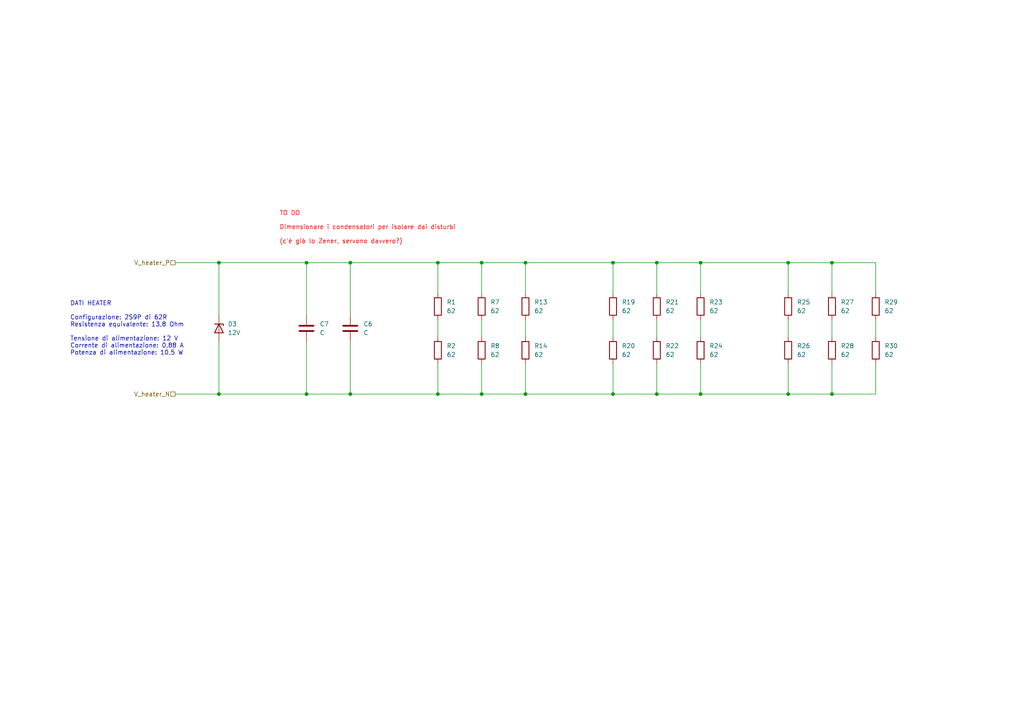
<source format=kicad_sch>
(kicad_sch (version 20250114) (generator "eeschema") (generator_version "9.0")
  (paper "A4")
  (lib_symbols
    (symbol "Device:C" (pin_numbers (hide yes)) (pin_names (offset 0.254))
      (property "Reference" "C" (at 0.635 2.54 0))
      (property "Value" "C" (at 0.635 -2.54 0))
      (symbol "C_0_1"
        (polyline (pts (xy -2.032 0.762) (xy 2.032 0.762)) (stroke (width 0.508)))
        (polyline (pts (xy -2.032 -0.762) (xy 2.032 -0.762)) (stroke (width 0.508)))
      )
      (symbol "C_1_1"
        (pin passive line (at 0 3.81 270) (length 2.794) (name "~") (number "1"))
        (pin passive line (at 0 -3.81 90) (length 2.794) (name "~") (number "2"))
      )
    )
    (symbol "Device:D_Zener" (pin_numbers (hide yes)) (pin_names (offset 1.016) (hide yes))
      (property "Reference" "D" (at 0 2.54 0))
      (property "Value" "D_Zener" (at 0 -2.54 0))
      (symbol "D_Zener_0_1"
        (polyline (pts (xy -1.27 -1.27) (xy -1.27 1.27) (xy -0.762 1.27)) (stroke (width 0.254)))
        (polyline (pts (xy 1.27 0) (xy -1.27 0)))
        (polyline (pts (xy 1.27 -1.27) (xy 1.27 1.27) (xy -1.27 0) (xy 1.27 -1.27)) (stroke (width 0.254)))
      )
      (symbol "D_Zener_1_1"
        (pin passive line (at -3.81 0 0) (length 2.54) (name "K") (number "1"))
        (pin passive line (at 3.81 0 180) (length 2.54) (name "A") (number "2"))
      )
    )
    (symbol "Device:R" (pin_numbers (hide yes)) (pin_names (offset 0))
      (property "Reference" "R" (at 2.032 0 90))
      (property "Value" "R" (at 0 0 90))
      (symbol "R_0_1"
        (rectangle (start -1.016 -2.54) (end 1.016 2.54) (stroke (width 0.254)))
      )
      (symbol "R_1_1"
        (pin passive line (at 0 3.81 270) (length 1.27) (name "~") (number "1"))
        (pin passive line (at 0 -3.81 90) (length 1.27) (name "~") (number "2"))
      )
    )
  )
  (text "DATI HEATER\n\nConfigurazione: 2S9P di 62R\nResistenza equivalente: 13,8 Ohm\n\nTensione di alimentazione: 12 V\nCorrente di alimentazione: 0,88 A\nPotenza di alimentazione: 10,5 W" (exclude_from_sim yes) (at 20.32 87.376 0) (effects (font (size 1.27 1.27)) (justify left top)))
  (text "TO DO\n\nDimensionare i condensatori per isolare dai disturbi\n\n(c'è già lo Zener, servono davvero?)" (exclude_from_sim yes) (at 81.026 61.214 0) (effects (font (size 1.27 1.27)) (justify left top)))
  (junction (at 228.6 114.3))
  (junction (at 190.5 76.2))
  (junction (at 190.5 114.3))
  (junction (at 101.6 114.3))
  (junction (at 152.4 114.3))
  (junction (at 127 114.3))
  (junction (at 101.6 76.2))
  (junction (at 177.8 76.2))
  (junction (at 139.7 76.2))
  (junction (at 203.2 76.2))
  (junction (at 177.8 114.3))
  (junction (at 88.9 76.2))
  (junction (at 203.2 114.3))
  (junction (at 88.9 114.3))
  (junction (at 63.5 76.2))
  (junction (at 241.3 114.3))
  (junction (at 241.3 76.2))
  (junction (at 152.4 76.2))
  (junction (at 139.7 114.3))
  (junction (at 127 76.2))
  (junction (at 228.6 76.2))
  (junction (at 63.5 114.3))
  (wire (pts (xy 177.8 114.3) (xy 190.5 114.3)))
  (wire (pts (xy 50.8 114.3) (xy 63.5 114.3)))
  (wire (pts (xy 177.8 92.71) (xy 177.8 97.79)))
  (wire (pts (xy 88.9 99.06) (xy 88.9 114.3)))
  (wire (pts (xy 101.6 99.06) (xy 101.6 114.3)))
  (wire (pts (xy 139.7 105.41) (xy 139.7 114.3)))
  (wire (pts (xy 190.5 114.3) (xy 203.2 114.3)))
  (wire (pts (xy 241.3 76.2) (xy 241.3 85.09)))
  (wire (pts (xy 228.6 114.3) (xy 241.3 114.3)))
  (wire (pts (xy 139.7 114.3) (xy 152.4 114.3)))
  (wire (pts (xy 228.6 105.41) (xy 228.6 114.3)))
  (wire (pts (xy 228.6 76.2) (xy 228.6 85.09)))
  (wire (pts (xy 88.9 114.3) (xy 101.6 114.3)))
  (wire (pts (xy 63.5 114.3) (xy 63.5 99.06)))
  (wire (pts (xy 101.6 76.2) (xy 101.6 91.44)))
  (wire (pts (xy 241.3 92.71) (xy 241.3 97.79)))
  (wire (pts (xy 254 76.2) (xy 254 85.09)))
  (wire (pts (xy 50.8 76.2) (xy 63.5 76.2)))
  (wire (pts (xy 127 105.41) (xy 127 114.3)))
  (wire (pts (xy 228.6 76.2) (xy 241.3 76.2)))
  (wire (pts (xy 63.5 114.3) (xy 88.9 114.3)))
  (wire (pts (xy 203.2 92.71) (xy 203.2 97.79)))
  (wire (pts (xy 152.4 105.41) (xy 152.4 114.3)))
  (wire (pts (xy 190.5 76.2) (xy 203.2 76.2)))
  (wire (pts (xy 254 92.71) (xy 254 97.79)))
  (wire (pts (xy 63.5 76.2) (xy 63.5 91.44)))
  (wire (pts (xy 203.2 76.2) (xy 228.6 76.2)))
  (wire (pts (xy 152.4 114.3) (xy 177.8 114.3)))
  (wire (pts (xy 139.7 92.71) (xy 139.7 97.79)))
  (wire (pts (xy 152.4 76.2) (xy 177.8 76.2)))
  (wire (pts (xy 127 114.3) (xy 139.7 114.3)))
  (wire (pts (xy 101.6 114.3) (xy 127 114.3)))
  (wire (pts (xy 203.2 105.41) (xy 203.2 114.3)))
  (wire (pts (xy 241.3 76.2) (xy 254 76.2)))
  (wire (pts (xy 127 76.2) (xy 127 85.09)))
  (wire (pts (xy 152.4 76.2) (xy 152.4 85.09)))
  (wire (pts (xy 88.9 76.2) (xy 88.9 91.44)))
  (wire (pts (xy 101.6 76.2) (xy 127 76.2)))
  (wire (pts (xy 177.8 76.2) (xy 190.5 76.2)))
  (wire (pts (xy 139.7 76.2) (xy 139.7 85.09)))
  (wire (pts (xy 241.3 105.41) (xy 241.3 114.3)))
  (wire (pts (xy 88.9 76.2) (xy 101.6 76.2)))
  (wire (pts (xy 127 92.71) (xy 127 97.79)))
  (wire (pts (xy 152.4 92.71) (xy 152.4 97.79)))
  (wire (pts (xy 177.8 76.2) (xy 177.8 85.09)))
  (wire (pts (xy 63.5 76.2) (xy 88.9 76.2)))
  (wire (pts (xy 127 76.2) (xy 139.7 76.2)))
  (wire (pts (xy 203.2 114.3) (xy 228.6 114.3)))
  (wire (pts (xy 190.5 76.2) (xy 190.5 85.09)))
  (wire (pts (xy 139.7 76.2) (xy 152.4 76.2)))
  (wire (pts (xy 190.5 105.41) (xy 190.5 114.3)))
  (wire (pts (xy 177.8 105.41) (xy 177.8 114.3)))
  (wire (pts (xy 190.5 92.71) (xy 190.5 97.79)))
  (wire (pts (xy 228.6 92.71) (xy 228.6 97.79)))
  (wire (pts (xy 254 105.41) (xy 254 114.3)))
  (wire (pts (xy 203.2 76.2) (xy 203.2 85.09)))
  (wire (pts (xy 241.3 114.3) (xy 254 114.3)))
  (hierarchical_label "V_heater_N" (shape passive) (at 50.8 114.3 180))
  (hierarchical_label "V_heater_P" (shape passive) (at 50.8 76.2 180))
  (symbol (lib_id "Device:R") (at 177.8 101.6 0) (unit 1)
    (property "Reference" "R20" (at 180.34 100.3299 0) (effects (justify left)))
    (property "Value" "62" (at 180.34 102.8699 0) (effects (justify left)))
    (property "Description" "Resistor" (effects (hide yes)))
  )
  (symbol (lib_id "Device:R") (at 152.4 101.6 0) (unit 1)
    (property "Reference" "R14" (at 154.94 100.3299 0) (effects (justify left)))
    (property "Value" "62" (at 154.94 102.8699 0) (effects (justify left)))
    (property "Description" "Resistor" (effects (hide yes)))
  )
  (symbol (lib_id "Device:C") (at 101.6 95.25 0) (unit 1)
    (property "Reference" "C6" (at 105.41 93.9799 0) (effects (justify left)))
    (property "Value" "C" (at 105.41 96.5199 0) (effects (justify left)))
    (property "Description" "Unpolarized capacitor" (effects (hide yes)))
  )
  (symbol (lib_id "Device:R") (at 190.5 88.9 0) (unit 1)
    (property "Reference" "R21" (at 193.04 87.6299 0) (effects (justify left)))
    (property "Value" "62" (at 193.04 90.1699 0) (effects (justify left)))
    (property "Description" "Resistor" (effects (hide yes)))
  )
  (symbol (lib_id "Device:R") (at 241.3 101.6 0) (unit 1)
    (property "Reference" "R28" (at 243.84 100.3299 0) (effects (justify left)))
    (property "Value" "62" (at 243.84 102.8699 0) (effects (justify left)))
    (property "Description" "Resistor" (effects (hide yes)))
  )
  (symbol (lib_id "Device:R") (at 254 88.9 0) (unit 1)
    (property "Reference" "R29" (at 256.54 87.6299 0) (effects (justify left)))
    (property "Value" "62" (at 256.54 90.1699 0) (effects (justify left)))
    (property "Description" "Resistor" (effects (hide yes)))
  )
  (symbol (lib_id "Device:R") (at 139.7 88.9 0) (unit 1)
    (property "Reference" "R7" (at 142.24 87.6299 0) (effects (justify left)))
    (property "Value" "62" (at 142.24 90.1699 0) (effects (justify left)))
    (property "Description" "Resistor" (effects (hide yes)))
  )
  (symbol (lib_id "Device:C") (at 88.9 95.25 0) (unit 1)
    (property "Reference" "C7" (at 92.71 93.9799 0) (effects (justify left)))
    (property "Value" "C" (at 92.71 96.5199 0) (effects (justify left)))
    (property "Description" "Unpolarized capacitor" (effects (hide yes)))
  )
  (symbol (lib_id "Device:R") (at 152.4 88.9 0) (unit 1)
    (property "Reference" "R13" (at 154.94 87.6299 0) (effects (justify left)))
    (property "Value" "62" (at 154.94 90.1699 0) (effects (justify left)))
    (property "Description" "Resistor" (effects (hide yes)))
  )
  (symbol (lib_id "Device:D_Zener") (at 63.5 95.25 270) (unit 1)
    (property "Reference" "D3" (at 66.04 93.9799 90) (effects (justify left)))
    (property "Value" "12V" (at 66.04 96.5199 90) (effects (justify left)))
    (property "Description" "Zener diode" (effects (hide yes)))
  )
  (symbol (lib_id "Device:R") (at 203.2 101.6 0) (unit 1)
    (property "Reference" "R24" (at 205.74 100.3299 0) (effects (justify left)))
    (property "Value" "62" (at 205.74 102.8699 0) (effects (justify left)))
    (property "Description" "Resistor" (effects (hide yes)))
  )
  (symbol (lib_id "Device:R") (at 127 101.6 0) (unit 1)
    (property "Reference" "R2" (at 129.54 100.3299 0) (effects (justify left)))
    (property "Value" "62" (at 129.54 102.8699 0) (effects (justify left)))
    (property "Description" "Resistor" (effects (hide yes)))
  )
  (symbol (lib_id "Device:R") (at 254 101.6 0) (unit 1)
    (property "Reference" "R30" (at 256.54 100.3299 0) (effects (justify left)))
    (property "Value" "62" (at 256.54 102.8699 0) (effects (justify left)))
    (property "Description" "Resistor" (effects (hide yes)))
  )
  (symbol (lib_id "Device:R") (at 241.3 88.9 0) (unit 1)
    (property "Reference" "R27" (at 243.84 87.6299 0) (effects (justify left)))
    (property "Value" "62" (at 243.84 90.1699 0) (effects (justify left)))
    (property "Description" "Resistor" (effects (hide yes)))
  )
  (symbol (lib_id "Device:R") (at 177.8 88.9 0) (unit 1)
    (property "Reference" "R19" (at 180.34 87.6299 0) (effects (justify left)))
    (property "Value" "62" (at 180.34 90.1699 0) (effects (justify left)))
    (property "Description" "Resistor" (effects (hide yes)))
  )
  (symbol (lib_id "Device:R") (at 190.5 101.6 0) (unit 1)
    (property "Reference" "R22" (at 193.04 100.3299 0) (effects (justify left)))
    (property "Value" "62" (at 193.04 102.8699 0) (effects (justify left)))
    (property "Description" "Resistor" (effects (hide yes)))
  )
  (symbol (lib_id "Device:R") (at 127 88.9 0) (unit 1)
    (property "Reference" "R1" (at 129.54 87.6299 0) (effects (justify left)))
    (property "Value" "62" (at 129.54 90.1699 0) (effects (justify left)))
    (property "Description" "Resistor" (effects (hide yes)))
  )
  (symbol (lib_id "Device:R") (at 228.6 88.9 0) (unit 1)
    (property "Reference" "R25" (at 231.14 87.6299 0) (effects (justify left)))
    (property "Value" "62" (at 231.14 90.1699 0) (effects (justify left)))
    (property "Description" "Resistor" (effects (hide yes)))
  )
  (symbol (lib_id "Device:R") (at 203.2 88.9 0) (unit 1)
    (property "Reference" "R23" (at 205.74 87.6299 0) (effects (justify left)))
    (property "Value" "62" (at 205.74 90.1699 0) (effects (justify left)))
    (property "Description" "Resistor" (effects (hide yes)))
  )
  (symbol (lib_id "Device:R") (at 228.6 101.6 0) (unit 1)
    (property "Reference" "R26" (at 231.14 100.3299 0) (effects (justify left)))
    (property "Value" "62" (at 231.14 102.8699 0) (effects (justify left)))
    (property "Description" "Resistor" (effects (hide yes)))
  )
  (symbol (lib_id "Device:R") (at 139.7 101.6 0) (unit 1)
    (property "Reference" "R8" (at 142.24 100.3299 0) (effects (justify left)))
    (property "Value" "62" (at 142.24 102.8699 0) (effects (justify left)))
    (property "Description" "Resistor" (effects (hide yes)))
  )
)
</source>
